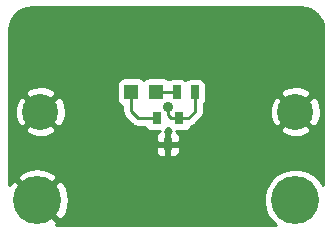
<source format=gtl>
G04 (created by PCBNEW (2013-june-11)-stable) date Wed 28 May 2014 08:32:28 PM PDT*
%MOIN*%
G04 Gerber Fmt 3.4, Leading zero omitted, Abs format*
%FSLAX34Y34*%
G01*
G70*
G90*
G04 APERTURE LIST*
%ADD10C,0.00590551*%
%ADD11R,0.0315X0.0394*%
%ADD12R,0.025X0.045*%
%ADD13R,0.0472X0.0472*%
%ADD14C,0.12*%
%ADD15C,0.16*%
%ADD16C,0.035*%
%ADD17C,0.01*%
G04 APERTURE END LIST*
G54D10*
G54D11*
X57350Y-60033D03*
X56975Y-59167D03*
X57725Y-59167D03*
G54D12*
X57650Y-58300D03*
X58250Y-58300D03*
G54D13*
X56137Y-58300D03*
X56963Y-58300D03*
G54D14*
X53100Y-58950D03*
X61600Y-58950D03*
G54D15*
X53000Y-61900D03*
X61600Y-61900D03*
G54D16*
X57350Y-58800D03*
G54D17*
X57350Y-58800D02*
X57350Y-59050D01*
X57467Y-59167D02*
X57725Y-59167D01*
X57350Y-59050D02*
X57467Y-59167D01*
X57725Y-59167D02*
X57717Y-59167D01*
X57725Y-59167D02*
X58033Y-59167D01*
X58250Y-58950D02*
X58250Y-58300D01*
X58033Y-59167D02*
X58250Y-58950D01*
X56963Y-58300D02*
X57650Y-58300D01*
X56137Y-58300D02*
X56137Y-58937D01*
X56367Y-59167D02*
X56975Y-59167D01*
X56137Y-58937D02*
X56367Y-59167D01*
G54D10*
G36*
X62530Y-61402D02*
X62453Y-61287D01*
X62453Y-58935D01*
X62434Y-58770D01*
X62384Y-58611D01*
X62319Y-58489D01*
X62193Y-58426D01*
X62123Y-58497D01*
X62123Y-58356D01*
X62060Y-58230D01*
X61912Y-58155D01*
X61751Y-58109D01*
X61585Y-58096D01*
X61420Y-58115D01*
X61261Y-58165D01*
X61139Y-58230D01*
X61076Y-58356D01*
X61600Y-58879D01*
X62123Y-58356D01*
X62123Y-58497D01*
X61670Y-58950D01*
X62193Y-59473D01*
X62319Y-59410D01*
X62394Y-59262D01*
X62440Y-59101D01*
X62453Y-58935D01*
X62453Y-61287D01*
X62417Y-61233D01*
X62272Y-61087D01*
X62123Y-60986D01*
X62123Y-59543D01*
X61600Y-59020D01*
X61529Y-59091D01*
X61529Y-58950D01*
X61006Y-58426D01*
X60880Y-58489D01*
X60805Y-58637D01*
X60759Y-58798D01*
X60746Y-58964D01*
X60765Y-59129D01*
X60815Y-59288D01*
X60880Y-59410D01*
X61006Y-59473D01*
X61529Y-58950D01*
X61529Y-59091D01*
X61076Y-59543D01*
X61139Y-59669D01*
X61287Y-59744D01*
X61448Y-59790D01*
X61614Y-59803D01*
X61779Y-59784D01*
X61938Y-59734D01*
X62060Y-59669D01*
X62123Y-59543D01*
X62123Y-60986D01*
X62101Y-60971D01*
X61911Y-60892D01*
X61710Y-60850D01*
X61504Y-60849D01*
X61302Y-60887D01*
X61111Y-60964D01*
X60938Y-61077D01*
X60791Y-61221D01*
X60675Y-61391D01*
X60594Y-61580D01*
X60551Y-61782D01*
X60548Y-61988D01*
X60585Y-62190D01*
X60661Y-62382D01*
X60773Y-62555D01*
X60916Y-62703D01*
X60954Y-62730D01*
X58625Y-62730D01*
X58625Y-58502D01*
X58625Y-58050D01*
X58615Y-58002D01*
X58596Y-57957D01*
X58569Y-57916D01*
X58535Y-57881D01*
X58494Y-57854D01*
X58449Y-57835D01*
X58401Y-57825D01*
X58352Y-57824D01*
X58100Y-57824D01*
X58052Y-57834D01*
X58007Y-57853D01*
X57966Y-57880D01*
X57950Y-57896D01*
X57935Y-57881D01*
X57894Y-57854D01*
X57849Y-57835D01*
X57801Y-57825D01*
X57752Y-57824D01*
X57500Y-57824D01*
X57452Y-57834D01*
X57407Y-57853D01*
X57367Y-57879D01*
X57359Y-57870D01*
X57318Y-57843D01*
X57273Y-57824D01*
X57225Y-57814D01*
X57176Y-57813D01*
X56702Y-57813D01*
X56654Y-57823D01*
X56609Y-57842D01*
X56568Y-57869D01*
X56549Y-57887D01*
X56533Y-57870D01*
X56492Y-57843D01*
X56447Y-57824D01*
X56399Y-57814D01*
X56350Y-57813D01*
X55876Y-57813D01*
X55828Y-57823D01*
X55783Y-57842D01*
X55742Y-57869D01*
X55707Y-57903D01*
X55680Y-57944D01*
X55661Y-57989D01*
X55651Y-58037D01*
X55650Y-58086D01*
X55650Y-58560D01*
X55660Y-58608D01*
X55679Y-58653D01*
X55706Y-58694D01*
X55740Y-58729D01*
X55781Y-58756D01*
X55826Y-58775D01*
X55837Y-58778D01*
X55837Y-58937D01*
X55839Y-58964D01*
X55842Y-58992D01*
X55842Y-58993D01*
X55842Y-58995D01*
X55850Y-59021D01*
X55858Y-59048D01*
X55859Y-59049D01*
X55859Y-59051D01*
X55872Y-59075D01*
X55885Y-59100D01*
X55886Y-59101D01*
X55887Y-59103D01*
X55904Y-59124D01*
X55921Y-59146D01*
X55924Y-59148D01*
X55924Y-59148D01*
X55924Y-59148D01*
X55924Y-59149D01*
X56154Y-59379D01*
X56176Y-59396D01*
X56197Y-59414D01*
X56198Y-59415D01*
X56200Y-59416D01*
X56224Y-59429D01*
X56248Y-59442D01*
X56250Y-59443D01*
X56251Y-59443D01*
X56278Y-59452D01*
X56304Y-59460D01*
X56306Y-59460D01*
X56307Y-59461D01*
X56335Y-59463D01*
X56362Y-59466D01*
X56365Y-59466D01*
X56365Y-59466D01*
X56366Y-59466D01*
X56367Y-59467D01*
X56589Y-59467D01*
X56595Y-59481D01*
X56622Y-59522D01*
X56657Y-59557D01*
X56698Y-59584D01*
X56743Y-59603D01*
X56791Y-59613D01*
X56840Y-59614D01*
X57074Y-59614D01*
X57074Y-59614D01*
X57033Y-59641D01*
X56998Y-59675D01*
X56971Y-59716D01*
X56952Y-59761D01*
X56942Y-59809D01*
X56942Y-59858D01*
X56942Y-59920D01*
X57005Y-59983D01*
X57300Y-59983D01*
X57300Y-59648D01*
X57241Y-59589D01*
X57250Y-59585D01*
X57291Y-59558D01*
X57326Y-59524D01*
X57350Y-59488D01*
X57372Y-59522D01*
X57407Y-59557D01*
X57448Y-59584D01*
X57458Y-59589D01*
X57400Y-59648D01*
X57400Y-59983D01*
X57695Y-59983D01*
X57757Y-59920D01*
X57757Y-59858D01*
X57757Y-59809D01*
X57747Y-59761D01*
X57728Y-59716D01*
X57701Y-59675D01*
X57666Y-59641D01*
X57625Y-59614D01*
X57625Y-59614D01*
X57907Y-59614D01*
X57955Y-59604D01*
X58000Y-59585D01*
X58041Y-59558D01*
X58076Y-59524D01*
X58103Y-59483D01*
X58115Y-59453D01*
X58117Y-59453D01*
X58144Y-59445D01*
X58145Y-59444D01*
X58147Y-59444D01*
X58171Y-59431D01*
X58196Y-59418D01*
X58197Y-59417D01*
X58199Y-59416D01*
X58220Y-59399D01*
X58242Y-59382D01*
X58244Y-59379D01*
X58244Y-59379D01*
X58244Y-59379D01*
X58245Y-59379D01*
X58462Y-59162D01*
X58479Y-59140D01*
X58497Y-59119D01*
X58498Y-59118D01*
X58499Y-59116D01*
X58512Y-59092D01*
X58525Y-59068D01*
X58526Y-59066D01*
X58526Y-59065D01*
X58535Y-59038D01*
X58543Y-59012D01*
X58543Y-59010D01*
X58544Y-59009D01*
X58546Y-58981D01*
X58549Y-58954D01*
X58549Y-58951D01*
X58549Y-58951D01*
X58549Y-58950D01*
X58550Y-58950D01*
X58550Y-58703D01*
X58568Y-58685D01*
X58595Y-58644D01*
X58614Y-58599D01*
X58624Y-58551D01*
X58625Y-58502D01*
X58625Y-62730D01*
X57757Y-62730D01*
X57757Y-60207D01*
X57757Y-60145D01*
X57695Y-60083D01*
X57400Y-60083D01*
X57400Y-60417D01*
X57462Y-60480D01*
X57532Y-60480D01*
X57580Y-60470D01*
X57625Y-60451D01*
X57666Y-60424D01*
X57701Y-60390D01*
X57728Y-60349D01*
X57747Y-60304D01*
X57757Y-60256D01*
X57757Y-60207D01*
X57757Y-62730D01*
X57300Y-62730D01*
X57300Y-60417D01*
X57300Y-60083D01*
X57005Y-60083D01*
X56942Y-60145D01*
X56942Y-60207D01*
X56942Y-60256D01*
X56952Y-60304D01*
X56971Y-60349D01*
X56998Y-60390D01*
X57033Y-60424D01*
X57074Y-60451D01*
X57119Y-60470D01*
X57167Y-60480D01*
X57237Y-60480D01*
X57300Y-60417D01*
X57300Y-62730D01*
X54055Y-62730D01*
X54055Y-61894D01*
X54033Y-61689D01*
X53973Y-61492D01*
X53953Y-61456D01*
X53953Y-58935D01*
X53934Y-58770D01*
X53884Y-58611D01*
X53819Y-58489D01*
X53693Y-58426D01*
X53623Y-58497D01*
X53623Y-58356D01*
X53560Y-58230D01*
X53412Y-58155D01*
X53251Y-58109D01*
X53085Y-58096D01*
X52920Y-58115D01*
X52761Y-58165D01*
X52639Y-58230D01*
X52576Y-58356D01*
X53100Y-58879D01*
X53623Y-58356D01*
X53623Y-58497D01*
X53170Y-58950D01*
X53693Y-59473D01*
X53819Y-59410D01*
X53894Y-59262D01*
X53940Y-59101D01*
X53953Y-58935D01*
X53953Y-61456D01*
X53882Y-61320D01*
X53736Y-61234D01*
X53665Y-61305D01*
X53665Y-61163D01*
X53623Y-61092D01*
X53623Y-59543D01*
X53100Y-59020D01*
X53029Y-59091D01*
X53029Y-58950D01*
X52506Y-58426D01*
X52380Y-58489D01*
X52305Y-58637D01*
X52259Y-58798D01*
X52246Y-58964D01*
X52265Y-59129D01*
X52315Y-59288D01*
X52380Y-59410D01*
X52506Y-59473D01*
X53029Y-58950D01*
X53029Y-59091D01*
X52576Y-59543D01*
X52639Y-59669D01*
X52787Y-59744D01*
X52948Y-59790D01*
X53114Y-59803D01*
X53279Y-59784D01*
X53438Y-59734D01*
X53560Y-59669D01*
X53623Y-59543D01*
X53623Y-61092D01*
X53579Y-61017D01*
X53396Y-60922D01*
X53199Y-60863D01*
X52994Y-60844D01*
X52789Y-60866D01*
X52592Y-60926D01*
X52420Y-61017D01*
X52334Y-61163D01*
X53000Y-61829D01*
X53665Y-61163D01*
X53665Y-61305D01*
X53070Y-61900D01*
X53736Y-62565D01*
X53882Y-62479D01*
X53977Y-62296D01*
X54036Y-62099D01*
X54055Y-61894D01*
X54055Y-62730D01*
X53609Y-62730D01*
X53665Y-62636D01*
X53000Y-61970D01*
X52994Y-61976D01*
X52923Y-61905D01*
X52929Y-61900D01*
X52263Y-61234D01*
X52117Y-61320D01*
X52069Y-61413D01*
X52069Y-56213D01*
X52084Y-56058D01*
X52125Y-55922D01*
X52192Y-55796D01*
X52282Y-55686D01*
X52392Y-55595D01*
X52517Y-55527D01*
X52653Y-55485D01*
X52807Y-55469D01*
X61786Y-55469D01*
X61941Y-55484D01*
X62077Y-55525D01*
X62203Y-55592D01*
X62313Y-55682D01*
X62404Y-55792D01*
X62472Y-55917D01*
X62514Y-56053D01*
X62530Y-56207D01*
X62530Y-61402D01*
X62530Y-61402D01*
G37*
G54D17*
X62530Y-61402D02*
X62453Y-61287D01*
X62453Y-58935D01*
X62434Y-58770D01*
X62384Y-58611D01*
X62319Y-58489D01*
X62193Y-58426D01*
X62123Y-58497D01*
X62123Y-58356D01*
X62060Y-58230D01*
X61912Y-58155D01*
X61751Y-58109D01*
X61585Y-58096D01*
X61420Y-58115D01*
X61261Y-58165D01*
X61139Y-58230D01*
X61076Y-58356D01*
X61600Y-58879D01*
X62123Y-58356D01*
X62123Y-58497D01*
X61670Y-58950D01*
X62193Y-59473D01*
X62319Y-59410D01*
X62394Y-59262D01*
X62440Y-59101D01*
X62453Y-58935D01*
X62453Y-61287D01*
X62417Y-61233D01*
X62272Y-61087D01*
X62123Y-60986D01*
X62123Y-59543D01*
X61600Y-59020D01*
X61529Y-59091D01*
X61529Y-58950D01*
X61006Y-58426D01*
X60880Y-58489D01*
X60805Y-58637D01*
X60759Y-58798D01*
X60746Y-58964D01*
X60765Y-59129D01*
X60815Y-59288D01*
X60880Y-59410D01*
X61006Y-59473D01*
X61529Y-58950D01*
X61529Y-59091D01*
X61076Y-59543D01*
X61139Y-59669D01*
X61287Y-59744D01*
X61448Y-59790D01*
X61614Y-59803D01*
X61779Y-59784D01*
X61938Y-59734D01*
X62060Y-59669D01*
X62123Y-59543D01*
X62123Y-60986D01*
X62101Y-60971D01*
X61911Y-60892D01*
X61710Y-60850D01*
X61504Y-60849D01*
X61302Y-60887D01*
X61111Y-60964D01*
X60938Y-61077D01*
X60791Y-61221D01*
X60675Y-61391D01*
X60594Y-61580D01*
X60551Y-61782D01*
X60548Y-61988D01*
X60585Y-62190D01*
X60661Y-62382D01*
X60773Y-62555D01*
X60916Y-62703D01*
X60954Y-62730D01*
X58625Y-62730D01*
X58625Y-58502D01*
X58625Y-58050D01*
X58615Y-58002D01*
X58596Y-57957D01*
X58569Y-57916D01*
X58535Y-57881D01*
X58494Y-57854D01*
X58449Y-57835D01*
X58401Y-57825D01*
X58352Y-57824D01*
X58100Y-57824D01*
X58052Y-57834D01*
X58007Y-57853D01*
X57966Y-57880D01*
X57950Y-57896D01*
X57935Y-57881D01*
X57894Y-57854D01*
X57849Y-57835D01*
X57801Y-57825D01*
X57752Y-57824D01*
X57500Y-57824D01*
X57452Y-57834D01*
X57407Y-57853D01*
X57367Y-57879D01*
X57359Y-57870D01*
X57318Y-57843D01*
X57273Y-57824D01*
X57225Y-57814D01*
X57176Y-57813D01*
X56702Y-57813D01*
X56654Y-57823D01*
X56609Y-57842D01*
X56568Y-57869D01*
X56549Y-57887D01*
X56533Y-57870D01*
X56492Y-57843D01*
X56447Y-57824D01*
X56399Y-57814D01*
X56350Y-57813D01*
X55876Y-57813D01*
X55828Y-57823D01*
X55783Y-57842D01*
X55742Y-57869D01*
X55707Y-57903D01*
X55680Y-57944D01*
X55661Y-57989D01*
X55651Y-58037D01*
X55650Y-58086D01*
X55650Y-58560D01*
X55660Y-58608D01*
X55679Y-58653D01*
X55706Y-58694D01*
X55740Y-58729D01*
X55781Y-58756D01*
X55826Y-58775D01*
X55837Y-58778D01*
X55837Y-58937D01*
X55839Y-58964D01*
X55842Y-58992D01*
X55842Y-58993D01*
X55842Y-58995D01*
X55850Y-59021D01*
X55858Y-59048D01*
X55859Y-59049D01*
X55859Y-59051D01*
X55872Y-59075D01*
X55885Y-59100D01*
X55886Y-59101D01*
X55887Y-59103D01*
X55904Y-59124D01*
X55921Y-59146D01*
X55924Y-59148D01*
X55924Y-59148D01*
X55924Y-59148D01*
X55924Y-59149D01*
X56154Y-59379D01*
X56176Y-59396D01*
X56197Y-59414D01*
X56198Y-59415D01*
X56200Y-59416D01*
X56224Y-59429D01*
X56248Y-59442D01*
X56250Y-59443D01*
X56251Y-59443D01*
X56278Y-59452D01*
X56304Y-59460D01*
X56306Y-59460D01*
X56307Y-59461D01*
X56335Y-59463D01*
X56362Y-59466D01*
X56365Y-59466D01*
X56365Y-59466D01*
X56366Y-59466D01*
X56367Y-59467D01*
X56589Y-59467D01*
X56595Y-59481D01*
X56622Y-59522D01*
X56657Y-59557D01*
X56698Y-59584D01*
X56743Y-59603D01*
X56791Y-59613D01*
X56840Y-59614D01*
X57074Y-59614D01*
X57074Y-59614D01*
X57033Y-59641D01*
X56998Y-59675D01*
X56971Y-59716D01*
X56952Y-59761D01*
X56942Y-59809D01*
X56942Y-59858D01*
X56942Y-59920D01*
X57005Y-59983D01*
X57300Y-59983D01*
X57300Y-59648D01*
X57241Y-59589D01*
X57250Y-59585D01*
X57291Y-59558D01*
X57326Y-59524D01*
X57350Y-59488D01*
X57372Y-59522D01*
X57407Y-59557D01*
X57448Y-59584D01*
X57458Y-59589D01*
X57400Y-59648D01*
X57400Y-59983D01*
X57695Y-59983D01*
X57757Y-59920D01*
X57757Y-59858D01*
X57757Y-59809D01*
X57747Y-59761D01*
X57728Y-59716D01*
X57701Y-59675D01*
X57666Y-59641D01*
X57625Y-59614D01*
X57625Y-59614D01*
X57907Y-59614D01*
X57955Y-59604D01*
X58000Y-59585D01*
X58041Y-59558D01*
X58076Y-59524D01*
X58103Y-59483D01*
X58115Y-59453D01*
X58117Y-59453D01*
X58144Y-59445D01*
X58145Y-59444D01*
X58147Y-59444D01*
X58171Y-59431D01*
X58196Y-59418D01*
X58197Y-59417D01*
X58199Y-59416D01*
X58220Y-59399D01*
X58242Y-59382D01*
X58244Y-59379D01*
X58244Y-59379D01*
X58244Y-59379D01*
X58245Y-59379D01*
X58462Y-59162D01*
X58479Y-59140D01*
X58497Y-59119D01*
X58498Y-59118D01*
X58499Y-59116D01*
X58512Y-59092D01*
X58525Y-59068D01*
X58526Y-59066D01*
X58526Y-59065D01*
X58535Y-59038D01*
X58543Y-59012D01*
X58543Y-59010D01*
X58544Y-59009D01*
X58546Y-58981D01*
X58549Y-58954D01*
X58549Y-58951D01*
X58549Y-58951D01*
X58549Y-58950D01*
X58550Y-58950D01*
X58550Y-58703D01*
X58568Y-58685D01*
X58595Y-58644D01*
X58614Y-58599D01*
X58624Y-58551D01*
X58625Y-58502D01*
X58625Y-62730D01*
X57757Y-62730D01*
X57757Y-60207D01*
X57757Y-60145D01*
X57695Y-60083D01*
X57400Y-60083D01*
X57400Y-60417D01*
X57462Y-60480D01*
X57532Y-60480D01*
X57580Y-60470D01*
X57625Y-60451D01*
X57666Y-60424D01*
X57701Y-60390D01*
X57728Y-60349D01*
X57747Y-60304D01*
X57757Y-60256D01*
X57757Y-60207D01*
X57757Y-62730D01*
X57300Y-62730D01*
X57300Y-60417D01*
X57300Y-60083D01*
X57005Y-60083D01*
X56942Y-60145D01*
X56942Y-60207D01*
X56942Y-60256D01*
X56952Y-60304D01*
X56971Y-60349D01*
X56998Y-60390D01*
X57033Y-60424D01*
X57074Y-60451D01*
X57119Y-60470D01*
X57167Y-60480D01*
X57237Y-60480D01*
X57300Y-60417D01*
X57300Y-62730D01*
X54055Y-62730D01*
X54055Y-61894D01*
X54033Y-61689D01*
X53973Y-61492D01*
X53953Y-61456D01*
X53953Y-58935D01*
X53934Y-58770D01*
X53884Y-58611D01*
X53819Y-58489D01*
X53693Y-58426D01*
X53623Y-58497D01*
X53623Y-58356D01*
X53560Y-58230D01*
X53412Y-58155D01*
X53251Y-58109D01*
X53085Y-58096D01*
X52920Y-58115D01*
X52761Y-58165D01*
X52639Y-58230D01*
X52576Y-58356D01*
X53100Y-58879D01*
X53623Y-58356D01*
X53623Y-58497D01*
X53170Y-58950D01*
X53693Y-59473D01*
X53819Y-59410D01*
X53894Y-59262D01*
X53940Y-59101D01*
X53953Y-58935D01*
X53953Y-61456D01*
X53882Y-61320D01*
X53736Y-61234D01*
X53665Y-61305D01*
X53665Y-61163D01*
X53623Y-61092D01*
X53623Y-59543D01*
X53100Y-59020D01*
X53029Y-59091D01*
X53029Y-58950D01*
X52506Y-58426D01*
X52380Y-58489D01*
X52305Y-58637D01*
X52259Y-58798D01*
X52246Y-58964D01*
X52265Y-59129D01*
X52315Y-59288D01*
X52380Y-59410D01*
X52506Y-59473D01*
X53029Y-58950D01*
X53029Y-59091D01*
X52576Y-59543D01*
X52639Y-59669D01*
X52787Y-59744D01*
X52948Y-59790D01*
X53114Y-59803D01*
X53279Y-59784D01*
X53438Y-59734D01*
X53560Y-59669D01*
X53623Y-59543D01*
X53623Y-61092D01*
X53579Y-61017D01*
X53396Y-60922D01*
X53199Y-60863D01*
X52994Y-60844D01*
X52789Y-60866D01*
X52592Y-60926D01*
X52420Y-61017D01*
X52334Y-61163D01*
X53000Y-61829D01*
X53665Y-61163D01*
X53665Y-61305D01*
X53070Y-61900D01*
X53736Y-62565D01*
X53882Y-62479D01*
X53977Y-62296D01*
X54036Y-62099D01*
X54055Y-61894D01*
X54055Y-62730D01*
X53609Y-62730D01*
X53665Y-62636D01*
X53000Y-61970D01*
X52994Y-61976D01*
X52923Y-61905D01*
X52929Y-61900D01*
X52263Y-61234D01*
X52117Y-61320D01*
X52069Y-61413D01*
X52069Y-56213D01*
X52084Y-56058D01*
X52125Y-55922D01*
X52192Y-55796D01*
X52282Y-55686D01*
X52392Y-55595D01*
X52517Y-55527D01*
X52653Y-55485D01*
X52807Y-55469D01*
X61786Y-55469D01*
X61941Y-55484D01*
X62077Y-55525D01*
X62203Y-55592D01*
X62313Y-55682D01*
X62404Y-55792D01*
X62472Y-55917D01*
X62514Y-56053D01*
X62530Y-56207D01*
X62530Y-61402D01*
M02*

</source>
